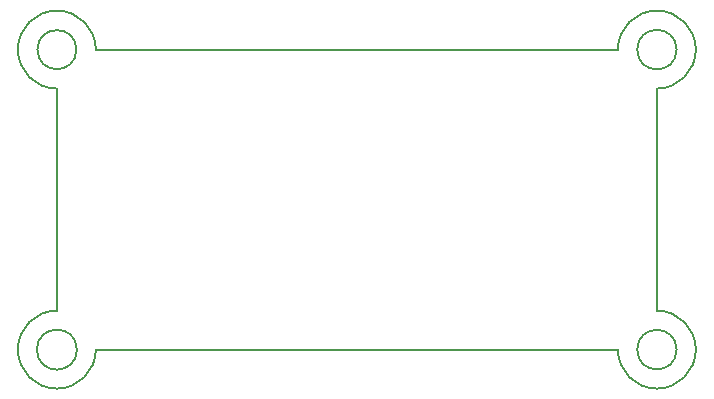
<source format=gbr>
G04 #@! TF.FileFunction,Profile,NP*
%FSLAX46Y46*%
G04 Gerber Fmt 4.6, Leading zero omitted, Abs format (unit mm)*
G04 Created by KiCad (PCBNEW 4.0.5) date 12/26/17 14:51:36*
%MOMM*%
%LPD*%
G01*
G04 APERTURE LIST*
%ADD10C,0.100000*%
%ADD11C,0.150000*%
G04 APERTURE END LIST*
D10*
D11*
X189630424Y-88900000D02*
G75*
G03X189630424Y-88900000I-1670424J0D01*
G01*
X138854391Y-88900000D02*
G75*
G03X138854391Y-88900000I-1694391J0D01*
G01*
X138811000Y-63500000D02*
G75*
G03X138811000Y-63500000I-1651000J0D01*
G01*
X189630424Y-63500000D02*
G75*
G03X189630424Y-63500000I-1670424J0D01*
G01*
X140462000Y-88900000D02*
X184658000Y-88900000D01*
X137160000Y-66802000D02*
X137160000Y-85598000D01*
X184658000Y-63500000D02*
X140462000Y-63500000D01*
X187960000Y-85598000D02*
X187960000Y-66802000D01*
X137160000Y-85598000D02*
G75*
G03X133858000Y-88900000I0J-3302000D01*
G01*
X133858000Y-88900000D02*
G75*
G03X137160000Y-92202000I3302000J0D01*
G01*
X137160000Y-92202000D02*
G75*
G03X140462000Y-88900000I0J3302000D01*
G01*
X184658000Y-88900000D02*
G75*
G03X187960000Y-92202000I3302000J0D01*
G01*
X187960000Y-92202000D02*
G75*
G03X191262000Y-88900000I0J3302000D01*
G01*
X191262000Y-88900000D02*
G75*
G03X187960000Y-85598000I-3302000J0D01*
G01*
X187960000Y-66802000D02*
G75*
G03X191262000Y-63500000I0J3302000D01*
G01*
X191262000Y-63500000D02*
G75*
G03X187960000Y-60198000I-3302000J0D01*
G01*
X187960000Y-60198000D02*
G75*
G03X184658000Y-63500000I0J-3302000D01*
G01*
X140462000Y-63500000D02*
G75*
G03X137160000Y-60198000I-3302000J0D01*
G01*
X137160000Y-60198000D02*
G75*
G03X133858000Y-63500000I0J-3302000D01*
G01*
X133858000Y-63500000D02*
G75*
G03X137160000Y-66802000I3302000J0D01*
G01*
M02*

</source>
